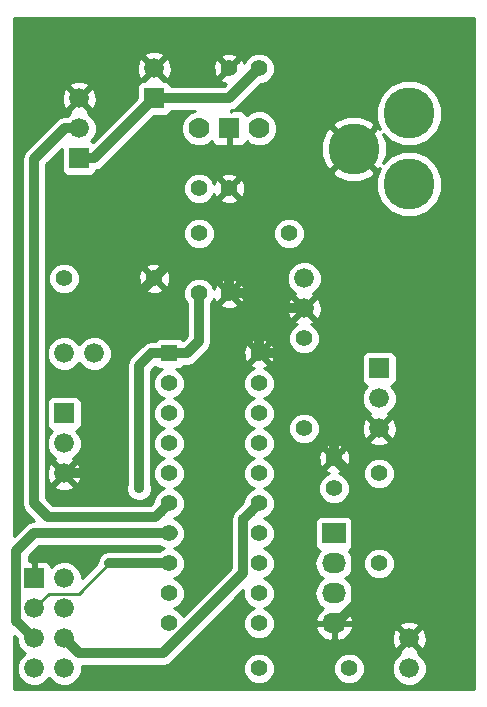
<source format=gtl>
%FSLAX46Y46*%
G04 Gerber Fmt 4.6, Leading zero omitted, Abs format (unit mm)*
G04 Created by KiCad (PCBNEW (2014-10-04 BZR 5163)-product) date So 05 Okt 2014 16:09:57 CEST*
%MOMM*%
G01*
G04 APERTURE LIST*
%ADD10C,0.100000*%
%ADD11R,1.397000X1.397000*%
%ADD12C,1.397000*%
%ADD13C,1.676400*%
%ADD14C,1.778000*%
%ADD15R,1.778000X1.778000*%
%ADD16R,2.032000X1.727200*%
%ADD17O,2.032000X1.727200*%
%ADD18R,1.676400X1.676400*%
%ADD19C,4.318000*%
%ADD20C,0.889000*%
%ADD21C,0.812800*%
%ADD22C,0.254000*%
G04 APERTURE END LIST*
D10*
D11*
X116840000Y-77470000D03*
D12*
X116840000Y-80010000D03*
X116840000Y-82550000D03*
X116840000Y-85090000D03*
X116840000Y-87630000D03*
X116840000Y-90170000D03*
X116840000Y-92710000D03*
X116840000Y-95250000D03*
X116840000Y-97790000D03*
X116840000Y-100330000D03*
X124460000Y-100330000D03*
X124460000Y-97790000D03*
X124460000Y-95250000D03*
X124460000Y-92710000D03*
X124460000Y-90170000D03*
X124460000Y-87630000D03*
X124460000Y-85090000D03*
X124460000Y-82550000D03*
X124460000Y-80010000D03*
X124460000Y-77470000D03*
X119380000Y-72390000D03*
X121920000Y-72390000D03*
X124460000Y-53340000D03*
X121920000Y-53340000D03*
X119380000Y-63500000D03*
X121920000Y-63500000D03*
D13*
X137160000Y-104140000D03*
X137160000Y-101600000D03*
D12*
X124460000Y-104140000D03*
X132080000Y-104140000D03*
D14*
X124460000Y-58420000D03*
D15*
X121920000Y-58420000D03*
D14*
X119380000Y-58420000D03*
D12*
X134620000Y-87630000D03*
X134620000Y-95250000D03*
D16*
X130810000Y-92710000D03*
D17*
X130810000Y-95250000D03*
X130810000Y-97790000D03*
X130810000Y-100330000D03*
D12*
X130810000Y-88900000D03*
X130810000Y-86360000D03*
D18*
X109220000Y-60960000D03*
D13*
X109220000Y-58420000D03*
X109220000Y-55880000D03*
X107950000Y-77470000D03*
X110490000Y-77470000D03*
D12*
X107950000Y-71120000D03*
X115570000Y-71120000D03*
D13*
X128270000Y-71120000D03*
X128270000Y-73660000D03*
D12*
X119380000Y-67310000D03*
X127000000Y-67310000D03*
D13*
X105410000Y-104140000D03*
X107950000Y-104140000D03*
X107950000Y-101600000D03*
X105410000Y-101600000D03*
X105410000Y-99060000D03*
X107950000Y-99060000D03*
X107950000Y-96520000D03*
D18*
X105410000Y-96520000D03*
X107950000Y-82550000D03*
D13*
X107950000Y-85090000D03*
X107950000Y-87630000D03*
D18*
X134620000Y-78740000D03*
D13*
X134620000Y-81280000D03*
X134620000Y-83820000D03*
D12*
X128270000Y-76200000D03*
X128270000Y-83820000D03*
D19*
X137160000Y-57150000D03*
X137160000Y-63150000D03*
X132460000Y-60150000D03*
D18*
X115570000Y-55880000D03*
D13*
X115570000Y-53340000D03*
D20*
X114300000Y-88900000D03*
D21*
X110490000Y-60960000D02*
X109220000Y-60960000D01*
X115570000Y-55880000D02*
X110490000Y-60960000D01*
X121920000Y-55880000D02*
X115570000Y-55880000D01*
X124460000Y-53340000D02*
X121920000Y-55880000D01*
X130810000Y-86360000D02*
X132638800Y-88188800D01*
X132638800Y-88188800D02*
X132638800Y-98653600D01*
X132638800Y-98653600D02*
X130962400Y-100330000D01*
X130962400Y-100330000D02*
X130810000Y-100330000D01*
D22*
X123190000Y-72390000D02*
X121412000Y-72390000D01*
D21*
X121920000Y-72390000D02*
X123190000Y-72390000D01*
X124460000Y-73660000D02*
X124460000Y-74218843D01*
X123190000Y-72390000D02*
X124460000Y-73660000D01*
X124460000Y-77470000D02*
X124460000Y-73660000D01*
X126778087Y-77470000D02*
X130810000Y-81501913D01*
X124460000Y-77470000D02*
X126778087Y-77470000D01*
X130810000Y-86360000D02*
X130810000Y-81501913D01*
X126033261Y-73660000D02*
X124460000Y-75233261D01*
X128270000Y-73660000D02*
X126033261Y-73660000D01*
D22*
X124460000Y-75233261D02*
X124460000Y-74218843D01*
X124460000Y-77470000D02*
X124460000Y-75233261D01*
D21*
X112598199Y-86791801D02*
X111760000Y-87630000D01*
X112598199Y-77470000D02*
X112598199Y-86791801D01*
X107950000Y-87630000D02*
X111760000Y-87630000D01*
X112598199Y-74091801D02*
X116840000Y-69850000D01*
X116840000Y-69850000D02*
X120650000Y-69850000D01*
X120650000Y-69850000D02*
X121920000Y-71120000D01*
X121920000Y-71120000D02*
X121920000Y-72390000D01*
X112598199Y-77470000D02*
X112598199Y-74091801D01*
X118351300Y-77470000D02*
X119380000Y-76441300D01*
X119380000Y-76441300D02*
X119380000Y-72390000D01*
X118351300Y-77470000D02*
X116840000Y-77470000D01*
X115328700Y-77470000D02*
X116840000Y-77470000D01*
X114300000Y-78498700D02*
X115328700Y-77470000D01*
X114300000Y-88900000D02*
X114300000Y-78498700D01*
X108034607Y-58420000D02*
X105410000Y-61044607D01*
X109220000Y-58420000D02*
X108034607Y-58420000D01*
X105410000Y-61044607D02*
X105410000Y-90170000D01*
X116141501Y-90868499D02*
X116840000Y-90170000D01*
X115658901Y-91351099D02*
X116141501Y-90868499D01*
X106591099Y-91351099D02*
X115658901Y-91351099D01*
X105410000Y-90170000D02*
X106591099Y-91351099D01*
X123761501Y-90868499D02*
X124460000Y-90170000D01*
X123101099Y-91528901D02*
X123761501Y-90868499D01*
X123101099Y-96080075D02*
X123101099Y-91528901D01*
X116311174Y-102870000D02*
X123101099Y-96080075D01*
X109220000Y-102870000D02*
X116311174Y-102870000D01*
X107950000Y-101600000D02*
X109220000Y-102870000D01*
X105410000Y-101600000D02*
X103911399Y-100101399D01*
X103911399Y-94208601D02*
X103911399Y-95811297D01*
X105410000Y-92710000D02*
X103911399Y-94208601D01*
X117165122Y-92710000D02*
X105410000Y-92710000D01*
X103911399Y-95811297D02*
X103911399Y-95153479D01*
X103911399Y-100101399D02*
X103911399Y-95811297D01*
D22*
X106629201Y-97840799D02*
X109169201Y-97840799D01*
X105410000Y-99060000D02*
X106629201Y-97840799D01*
X109169201Y-97840799D02*
X111760000Y-95250000D01*
D21*
X116840000Y-95250000D02*
X111760000Y-95250000D01*
D22*
G36*
X116421446Y-93980093D02*
X116085620Y-94118854D01*
X115995717Y-94208600D01*
X111760000Y-94208600D01*
X111361473Y-94287872D01*
X111023619Y-94513619D01*
X110797872Y-94851473D01*
X110727596Y-95204773D01*
X109423210Y-96509159D01*
X109423455Y-96228248D01*
X109199647Y-95686589D01*
X108785591Y-95271810D01*
X108244323Y-95047056D01*
X107658248Y-95046545D01*
X107116589Y-95270353D01*
X106867916Y-95518592D01*
X106786527Y-95322102D01*
X106607899Y-95143473D01*
X106374510Y-95046800D01*
X106121891Y-95046800D01*
X105695750Y-95046800D01*
X105537000Y-95205550D01*
X105537000Y-96393000D01*
X105557000Y-96393000D01*
X105557000Y-96647000D01*
X105537000Y-96647000D01*
X105537000Y-96667000D01*
X105283000Y-96667000D01*
X105283000Y-96647000D01*
X105263000Y-96647000D01*
X105263000Y-96393000D01*
X105283000Y-96393000D01*
X105283000Y-95205550D01*
X105124250Y-95046800D01*
X104952799Y-95046800D01*
X104952799Y-94639963D01*
X105841362Y-93751400D01*
X115995374Y-93751400D01*
X116083647Y-93839827D01*
X116421446Y-93980093D01*
X116421446Y-93980093D01*
G37*
X116421446Y-93980093D02*
X116085620Y-94118854D01*
X115995717Y-94208600D01*
X111760000Y-94208600D01*
X111361473Y-94287872D01*
X111023619Y-94513619D01*
X110797872Y-94851473D01*
X110727596Y-95204773D01*
X109423210Y-96509159D01*
X109423455Y-96228248D01*
X109199647Y-95686589D01*
X108785591Y-95271810D01*
X108244323Y-95047056D01*
X107658248Y-95046545D01*
X107116589Y-95270353D01*
X106867916Y-95518592D01*
X106786527Y-95322102D01*
X106607899Y-95143473D01*
X106374510Y-95046800D01*
X106121891Y-95046800D01*
X105695750Y-95046800D01*
X105537000Y-95205550D01*
X105537000Y-96393000D01*
X105557000Y-96393000D01*
X105557000Y-96647000D01*
X105537000Y-96647000D01*
X105537000Y-96667000D01*
X105283000Y-96667000D01*
X105283000Y-96647000D01*
X105263000Y-96647000D01*
X105263000Y-96393000D01*
X105283000Y-96393000D01*
X105283000Y-95205550D01*
X105124250Y-95046800D01*
X104952799Y-95046800D01*
X104952799Y-94639963D01*
X105841362Y-93751400D01*
X115995374Y-93751400D01*
X116083647Y-93839827D01*
X116421446Y-93980093D01*
G36*
X142684500Y-105854500D02*
X139954484Y-105854500D01*
X139954484Y-62596677D01*
X139530019Y-61569394D01*
X138744740Y-60782743D01*
X137718199Y-60356486D01*
X136606677Y-60355516D01*
X135579394Y-60779981D01*
X134974006Y-61384312D01*
X135256921Y-60690873D01*
X135251001Y-59579366D01*
X134977058Y-58918010D01*
X135575260Y-59517257D01*
X136601801Y-59943514D01*
X137713323Y-59944484D01*
X138740606Y-59520019D01*
X139527257Y-58734740D01*
X139953514Y-57708199D01*
X139954484Y-56596677D01*
X139530019Y-55569394D01*
X138744740Y-54782743D01*
X137718199Y-54356486D01*
X136606677Y-54355516D01*
X135579394Y-54779981D01*
X134792743Y-55565260D01*
X134366486Y-56591801D01*
X134365516Y-57703323D01*
X134690081Y-58488830D01*
X134449790Y-58339815D01*
X134270185Y-58519420D01*
X134270185Y-58160210D01*
X134030037Y-57772965D01*
X133000873Y-57353079D01*
X131889366Y-57358999D01*
X130889963Y-57772965D01*
X130649815Y-58160210D01*
X132460000Y-59970395D01*
X134270185Y-58160210D01*
X134270185Y-58519420D01*
X132639605Y-60150000D01*
X134449790Y-61960185D01*
X134690823Y-61810709D01*
X134366486Y-62591801D01*
X134365516Y-63703323D01*
X134789981Y-64730606D01*
X135575260Y-65517257D01*
X136601801Y-65943514D01*
X137713323Y-65944484D01*
X138740606Y-65520019D01*
X139527257Y-64734740D01*
X139953514Y-63708199D01*
X139954484Y-62596677D01*
X139954484Y-105854500D01*
X138644977Y-105854500D01*
X138644977Y-101825903D01*
X138618389Y-101240431D01*
X138445490Y-100823017D01*
X138195413Y-100744192D01*
X138015808Y-100923797D01*
X138015808Y-100564587D01*
X137936983Y-100314510D01*
X137385903Y-100115023D01*
X136800431Y-100141611D01*
X136383017Y-100314510D01*
X136304192Y-100564587D01*
X137160000Y-101420395D01*
X138015808Y-100564587D01*
X138015808Y-100923797D01*
X137339605Y-101600000D01*
X138195413Y-102455808D01*
X138445490Y-102376983D01*
X138644977Y-101825903D01*
X138644977Y-105854500D01*
X138633455Y-105854500D01*
X138633455Y-103848248D01*
X138409647Y-103306589D01*
X137995591Y-102891810D01*
X137942004Y-102869558D01*
X138015808Y-102635413D01*
X137160000Y-101779605D01*
X136980395Y-101959210D01*
X136980395Y-101600000D01*
X136124587Y-100744192D01*
X136104977Y-100750373D01*
X136104977Y-84045903D01*
X136093455Y-83792186D01*
X136093455Y-80988248D01*
X135869647Y-80446589D01*
X135621407Y-80197916D01*
X135817898Y-80116527D01*
X135996527Y-79937899D01*
X136093200Y-79704510D01*
X136093200Y-79451891D01*
X136093200Y-77775491D01*
X135996527Y-77542102D01*
X135817899Y-77363473D01*
X135584510Y-77266800D01*
X135331891Y-77266800D01*
X134270185Y-77266800D01*
X134270185Y-62139790D01*
X132460000Y-60329605D01*
X132280395Y-60509210D01*
X132280395Y-60150000D01*
X130470210Y-58339815D01*
X130082965Y-58579963D01*
X129663079Y-59609127D01*
X129668999Y-60720634D01*
X130082965Y-61720037D01*
X130470210Y-61960185D01*
X132280395Y-60150000D01*
X132280395Y-60509210D01*
X130649815Y-62139790D01*
X130889963Y-62527035D01*
X131919127Y-62946921D01*
X133030634Y-62941001D01*
X134030037Y-62527035D01*
X134270185Y-62139790D01*
X134270185Y-77266800D01*
X133655491Y-77266800D01*
X133422102Y-77363473D01*
X133243473Y-77542101D01*
X133146800Y-77775490D01*
X133146800Y-78028109D01*
X133146800Y-79704509D01*
X133243473Y-79937898D01*
X133422101Y-80116527D01*
X133618691Y-80197957D01*
X133371810Y-80444409D01*
X133147056Y-80985677D01*
X133146545Y-81571752D01*
X133370353Y-82113411D01*
X133784409Y-82528190D01*
X133837995Y-82550441D01*
X133764192Y-82784587D01*
X134620000Y-83640395D01*
X135475808Y-82784587D01*
X135402129Y-82550836D01*
X135453411Y-82529647D01*
X135868190Y-82115591D01*
X136092944Y-81574323D01*
X136093455Y-80988248D01*
X136093455Y-83792186D01*
X136078389Y-83460431D01*
X135905490Y-83043017D01*
X135655413Y-82964192D01*
X134799605Y-83820000D01*
X135655413Y-84675808D01*
X135905490Y-84596983D01*
X136104977Y-84045903D01*
X136104977Y-100750373D01*
X135953731Y-100798046D01*
X135953731Y-94985914D01*
X135953731Y-87365914D01*
X135751146Y-86875620D01*
X135475808Y-86599801D01*
X135475808Y-84855413D01*
X134620000Y-83999605D01*
X134440395Y-84179210D01*
X134440395Y-83820000D01*
X133584587Y-82964192D01*
X133334510Y-83043017D01*
X133135023Y-83594097D01*
X133161611Y-84179569D01*
X133334510Y-84596983D01*
X133584587Y-84675808D01*
X134440395Y-83820000D01*
X134440395Y-84179210D01*
X133764192Y-84855413D01*
X133843017Y-85105490D01*
X134394097Y-85304977D01*
X134979569Y-85278389D01*
X135396983Y-85105490D01*
X135475808Y-84855413D01*
X135475808Y-86599801D01*
X135376353Y-86500173D01*
X134886413Y-86296732D01*
X134355914Y-86296269D01*
X133865620Y-86498854D01*
X133490173Y-86873647D01*
X133286732Y-87363587D01*
X133286269Y-87894086D01*
X133488854Y-88384380D01*
X133863647Y-88759827D01*
X134353587Y-88963268D01*
X134884086Y-88963731D01*
X135374380Y-88761146D01*
X135749827Y-88386353D01*
X135953268Y-87896413D01*
X135953731Y-87365914D01*
X135953731Y-94985914D01*
X135751146Y-94495620D01*
X135376353Y-94120173D01*
X134886413Y-93916732D01*
X134355914Y-93916269D01*
X133865620Y-94118854D01*
X133490173Y-94493647D01*
X133286732Y-94983587D01*
X133286269Y-95514086D01*
X133488854Y-96004380D01*
X133863647Y-96379827D01*
X134353587Y-96583268D01*
X134884086Y-96583731D01*
X135374380Y-96381146D01*
X135749827Y-96006353D01*
X135953268Y-95516413D01*
X135953731Y-94985914D01*
X135953731Y-100798046D01*
X135874510Y-100823017D01*
X135675023Y-101374097D01*
X135701611Y-101959569D01*
X135874510Y-102376983D01*
X136124587Y-102455808D01*
X136980395Y-101600000D01*
X136980395Y-101959210D01*
X136304192Y-102635413D01*
X136377870Y-102869163D01*
X136326589Y-102890353D01*
X135911810Y-103304409D01*
X135687056Y-103845677D01*
X135686545Y-104431752D01*
X135910353Y-104973411D01*
X136324409Y-105388190D01*
X136865677Y-105612944D01*
X137451752Y-105613455D01*
X137993411Y-105389647D01*
X138408190Y-104975591D01*
X138632944Y-104434323D01*
X138633455Y-103848248D01*
X138633455Y-105854500D01*
X133413731Y-105854500D01*
X133413731Y-103875914D01*
X133211146Y-103385620D01*
X132836353Y-103010173D01*
X132493345Y-102867743D01*
X132493345Y-97790000D01*
X132379271Y-97216511D01*
X132054415Y-96730330D01*
X131739634Y-96520000D01*
X132054415Y-96309670D01*
X132379271Y-95823489D01*
X132493345Y-95250000D01*
X132379271Y-94676511D01*
X132054415Y-94190330D01*
X132032219Y-94175499D01*
X132185698Y-94111927D01*
X132364327Y-93933299D01*
X132461000Y-93699910D01*
X132461000Y-93447291D01*
X132461000Y-91720091D01*
X132364327Y-91486702D01*
X132185699Y-91308073D01*
X132155927Y-91295741D01*
X132155927Y-86552520D01*
X132127148Y-86022801D01*
X131979800Y-85667071D01*
X131744188Y-85605417D01*
X131564583Y-85785022D01*
X131564583Y-85425812D01*
X131502929Y-85190200D01*
X131002520Y-85014073D01*
X130472801Y-85042852D01*
X130117071Y-85190200D01*
X130055417Y-85425812D01*
X130810000Y-86180395D01*
X131564583Y-85425812D01*
X131564583Y-85785022D01*
X130989605Y-86360000D01*
X131744188Y-87114583D01*
X131979800Y-87052929D01*
X132155927Y-86552520D01*
X132155927Y-91295741D01*
X132143731Y-91290689D01*
X132143731Y-88635914D01*
X131941146Y-88145620D01*
X131566353Y-87770173D01*
X131244881Y-87636686D01*
X131502929Y-87529800D01*
X131564583Y-87294188D01*
X130810000Y-86539605D01*
X130630395Y-86719210D01*
X130630395Y-86360000D01*
X129875812Y-85605417D01*
X129754977Y-85637036D01*
X129754977Y-73885903D01*
X129743455Y-73632186D01*
X129743455Y-70828248D01*
X129519647Y-70286589D01*
X129105591Y-69871810D01*
X128564323Y-69647056D01*
X128333731Y-69646854D01*
X128333731Y-67045914D01*
X128131146Y-66555620D01*
X127756353Y-66180173D01*
X127266413Y-65976732D01*
X126735914Y-65976269D01*
X126245620Y-66178854D01*
X125984264Y-66439754D01*
X125870173Y-66553647D01*
X125666732Y-67043587D01*
X125666269Y-67574086D01*
X125868854Y-68064380D01*
X126243647Y-68439827D01*
X126733587Y-68643268D01*
X127264086Y-68643731D01*
X127754380Y-68441146D01*
X128129827Y-68066353D01*
X128333268Y-67576413D01*
X128333731Y-67045914D01*
X128333731Y-69646854D01*
X127978248Y-69646545D01*
X127436589Y-69870353D01*
X127021810Y-70284409D01*
X126797056Y-70825677D01*
X126796545Y-71411752D01*
X127020353Y-71953411D01*
X127434409Y-72368190D01*
X127487995Y-72390441D01*
X127414192Y-72624587D01*
X128270000Y-73480395D01*
X129125808Y-72624587D01*
X129052129Y-72390836D01*
X129103411Y-72369647D01*
X129518190Y-71955591D01*
X129742944Y-71414323D01*
X129743455Y-70828248D01*
X129743455Y-73632186D01*
X129728389Y-73300431D01*
X129555490Y-72883017D01*
X129305413Y-72804192D01*
X128449605Y-73660000D01*
X129305413Y-74515808D01*
X129555490Y-74436983D01*
X129754977Y-73885903D01*
X129754977Y-85637036D01*
X129640200Y-85667071D01*
X129603731Y-85770686D01*
X129603731Y-83555914D01*
X129603731Y-75935914D01*
X129401146Y-75445620D01*
X129026353Y-75070173D01*
X128886335Y-75012032D01*
X129046983Y-74945490D01*
X129125808Y-74695413D01*
X128270000Y-73839605D01*
X128090395Y-74019210D01*
X128090395Y-73660000D01*
X127234587Y-72804192D01*
X126984510Y-72883017D01*
X126785023Y-73434097D01*
X126811611Y-74019569D01*
X126984510Y-74436983D01*
X127234587Y-74515808D01*
X128090395Y-73660000D01*
X128090395Y-74019210D01*
X127414192Y-74695413D01*
X127493017Y-74945490D01*
X127664206Y-75007459D01*
X127515620Y-75068854D01*
X127140173Y-75443647D01*
X126936732Y-75933587D01*
X126936269Y-76464086D01*
X127138854Y-76954380D01*
X127513647Y-77329827D01*
X128003587Y-77533268D01*
X128534086Y-77533731D01*
X129024380Y-77331146D01*
X129399827Y-76956353D01*
X129603268Y-76466413D01*
X129603731Y-75935914D01*
X129603731Y-83555914D01*
X129401146Y-83065620D01*
X129026353Y-82690173D01*
X128536413Y-82486732D01*
X128005914Y-82486269D01*
X127515620Y-82688854D01*
X127140173Y-83063647D01*
X126936732Y-83553587D01*
X126936269Y-84084086D01*
X127138854Y-84574380D01*
X127513647Y-84949827D01*
X128003587Y-85153268D01*
X128534086Y-85153731D01*
X129024380Y-84951146D01*
X129399827Y-84576353D01*
X129603268Y-84086413D01*
X129603731Y-83555914D01*
X129603731Y-85770686D01*
X129464073Y-86167480D01*
X129492852Y-86697199D01*
X129640200Y-87052929D01*
X129875812Y-87114583D01*
X130630395Y-86360000D01*
X130630395Y-86719210D01*
X130055417Y-87294188D01*
X130117071Y-87529800D01*
X130396311Y-87628083D01*
X130055620Y-87768854D01*
X129680173Y-88143647D01*
X129476732Y-88633587D01*
X129476269Y-89164086D01*
X129678854Y-89654380D01*
X130053647Y-90029827D01*
X130543587Y-90233268D01*
X131074086Y-90233731D01*
X131564380Y-90031146D01*
X131939827Y-89656353D01*
X132143268Y-89166413D01*
X132143731Y-88635914D01*
X132143731Y-91290689D01*
X131952310Y-91211400D01*
X131699691Y-91211400D01*
X129667691Y-91211400D01*
X129434302Y-91308073D01*
X129255673Y-91486701D01*
X129159000Y-91720090D01*
X129159000Y-91972709D01*
X129159000Y-93699909D01*
X129255673Y-93933298D01*
X129434301Y-94111927D01*
X129587779Y-94175500D01*
X129565585Y-94190330D01*
X129240729Y-94676511D01*
X129126655Y-95250000D01*
X129240729Y-95823489D01*
X129565585Y-96309670D01*
X129880365Y-96520000D01*
X129565585Y-96730330D01*
X129240729Y-97216511D01*
X129126655Y-97790000D01*
X129240729Y-98363489D01*
X129565585Y-98849670D01*
X129875069Y-99056460D01*
X129459268Y-99427964D01*
X129205291Y-99955209D01*
X129202642Y-99970974D01*
X129323783Y-100203000D01*
X130683000Y-100203000D01*
X130683000Y-100183000D01*
X130937000Y-100183000D01*
X130937000Y-100203000D01*
X132296217Y-100203000D01*
X132417358Y-99970974D01*
X132414709Y-99955209D01*
X132160732Y-99427964D01*
X131744930Y-99056460D01*
X132054415Y-98849670D01*
X132379271Y-98363489D01*
X132493345Y-97790000D01*
X132493345Y-102867743D01*
X132417358Y-102836190D01*
X132417358Y-100689026D01*
X132296217Y-100457000D01*
X130937000Y-100457000D01*
X130937000Y-101670924D01*
X131171913Y-101815184D01*
X131724320Y-101621954D01*
X132160732Y-101232036D01*
X132414709Y-100704791D01*
X132417358Y-100689026D01*
X132417358Y-102836190D01*
X132346413Y-102806732D01*
X131815914Y-102806269D01*
X131325620Y-103008854D01*
X130950173Y-103383647D01*
X130746732Y-103873587D01*
X130746269Y-104404086D01*
X130948854Y-104894380D01*
X131323647Y-105269827D01*
X131813587Y-105473268D01*
X132344086Y-105473731D01*
X132834380Y-105271146D01*
X133209827Y-104896353D01*
X133413268Y-104406413D01*
X133413731Y-103875914D01*
X133413731Y-105854500D01*
X130683000Y-105854500D01*
X130683000Y-101670924D01*
X130683000Y-100457000D01*
X129323783Y-100457000D01*
X129202642Y-100689026D01*
X129205291Y-100704791D01*
X129459268Y-101232036D01*
X129895680Y-101621954D01*
X130448087Y-101815184D01*
X130683000Y-101670924D01*
X130683000Y-105854500D01*
X125805927Y-105854500D01*
X125805927Y-77662520D01*
X125777148Y-77132801D01*
X125629800Y-76777071D01*
X125394188Y-76715417D01*
X125214583Y-76895022D01*
X125214583Y-76535812D01*
X125152929Y-76300200D01*
X124652520Y-76124073D01*
X124122801Y-76152852D01*
X123767071Y-76300200D01*
X123705417Y-76535812D01*
X124460000Y-77290395D01*
X125214583Y-76535812D01*
X125214583Y-76895022D01*
X124639605Y-77470000D01*
X125394188Y-78224583D01*
X125629800Y-78162929D01*
X125805927Y-77662520D01*
X125805927Y-105854500D01*
X125793731Y-105854500D01*
X125793731Y-103875914D01*
X125591146Y-103385620D01*
X125216353Y-103010173D01*
X124726413Y-102806732D01*
X124195914Y-102806269D01*
X123705620Y-103008854D01*
X123330173Y-103383647D01*
X123126732Y-103873587D01*
X123126269Y-104404086D01*
X123328854Y-104894380D01*
X123703647Y-105269827D01*
X124193587Y-105473268D01*
X124724086Y-105473731D01*
X125214380Y-105271146D01*
X125589827Y-104896353D01*
X125793268Y-104406413D01*
X125793731Y-103875914D01*
X125793731Y-105854500D01*
X103695500Y-105854500D01*
X103695500Y-101358262D01*
X103936799Y-101599561D01*
X103936545Y-101891752D01*
X104160353Y-102433411D01*
X104574409Y-102848190D01*
X104626391Y-102869775D01*
X104576589Y-102890353D01*
X104161810Y-103304409D01*
X103937056Y-103845677D01*
X103936545Y-104431752D01*
X104160353Y-104973411D01*
X104574409Y-105388190D01*
X105115677Y-105612944D01*
X105701752Y-105613455D01*
X106243411Y-105389647D01*
X106658190Y-104975591D01*
X106679775Y-104923608D01*
X106700353Y-104973411D01*
X107114409Y-105388190D01*
X107655677Y-105612944D01*
X108241752Y-105613455D01*
X108783411Y-105389647D01*
X109198190Y-104975591D01*
X109422944Y-104434323D01*
X109423399Y-103911400D01*
X116311174Y-103911400D01*
X116709700Y-103832128D01*
X116709701Y-103832128D01*
X117047555Y-103606381D01*
X123126728Y-97527207D01*
X123126269Y-98054086D01*
X123328854Y-98544380D01*
X123703647Y-98919827D01*
X124041446Y-99060093D01*
X123705620Y-99198854D01*
X123330173Y-99573647D01*
X123126732Y-100063587D01*
X123126269Y-100594086D01*
X123328854Y-101084380D01*
X123703647Y-101459827D01*
X124193587Y-101663268D01*
X124724086Y-101663731D01*
X125214380Y-101461146D01*
X125589827Y-101086353D01*
X125793268Y-100596413D01*
X125793731Y-100065914D01*
X125591146Y-99575620D01*
X125216353Y-99200173D01*
X124878553Y-99059906D01*
X125214380Y-98921146D01*
X125589827Y-98546353D01*
X125793268Y-98056413D01*
X125793731Y-97525914D01*
X125591146Y-97035620D01*
X125216353Y-96660173D01*
X124878553Y-96519906D01*
X125214380Y-96381146D01*
X125589827Y-96006353D01*
X125793268Y-95516413D01*
X125793731Y-94985914D01*
X125591146Y-94495620D01*
X125216353Y-94120173D01*
X124878553Y-93979906D01*
X125214380Y-93841146D01*
X125589827Y-93466353D01*
X125793268Y-92976413D01*
X125793731Y-92445914D01*
X125591146Y-91955620D01*
X125216353Y-91580173D01*
X124878553Y-91439906D01*
X125214380Y-91301146D01*
X125589827Y-90926353D01*
X125793268Y-90436413D01*
X125793731Y-89905914D01*
X125591146Y-89415620D01*
X125216353Y-89040173D01*
X124878553Y-88899906D01*
X125214380Y-88761146D01*
X125589827Y-88386353D01*
X125793268Y-87896413D01*
X125793731Y-87365914D01*
X125591146Y-86875620D01*
X125216353Y-86500173D01*
X124878553Y-86359906D01*
X125214380Y-86221146D01*
X125589827Y-85846353D01*
X125793268Y-85356413D01*
X125793731Y-84825914D01*
X125591146Y-84335620D01*
X125216353Y-83960173D01*
X124878553Y-83819906D01*
X125214380Y-83681146D01*
X125589827Y-83306353D01*
X125793268Y-82816413D01*
X125793731Y-82285914D01*
X125591146Y-81795620D01*
X125216353Y-81420173D01*
X124878553Y-81279906D01*
X125214380Y-81141146D01*
X125589827Y-80766353D01*
X125793268Y-80276413D01*
X125793731Y-79745914D01*
X125591146Y-79255620D01*
X125216353Y-78880173D01*
X124894881Y-78746686D01*
X125152929Y-78639800D01*
X125214583Y-78404188D01*
X124460000Y-77649605D01*
X124280395Y-77829210D01*
X124280395Y-77470000D01*
X123525812Y-76715417D01*
X123290200Y-76777071D01*
X123265927Y-76846035D01*
X123265927Y-72582520D01*
X123265927Y-63692520D01*
X123237148Y-63162801D01*
X123089800Y-62807071D01*
X122854188Y-62745417D01*
X122674583Y-62925022D01*
X122674583Y-62565812D01*
X122612929Y-62330200D01*
X122112520Y-62154073D01*
X121582801Y-62182852D01*
X121227071Y-62330200D01*
X121165417Y-62565812D01*
X121920000Y-63320395D01*
X122674583Y-62565812D01*
X122674583Y-62925022D01*
X122099605Y-63500000D01*
X122854188Y-64254583D01*
X123089800Y-64192929D01*
X123265927Y-63692520D01*
X123265927Y-72582520D01*
X123237148Y-72052801D01*
X123089800Y-71697071D01*
X122854188Y-71635417D01*
X122674583Y-71815022D01*
X122674583Y-71455812D01*
X122674583Y-64434188D01*
X121920000Y-63679605D01*
X121740395Y-63859210D01*
X121740395Y-63500000D01*
X120985812Y-62745417D01*
X120750200Y-62807071D01*
X120651916Y-63086311D01*
X120511146Y-62745620D01*
X120136353Y-62370173D01*
X119646413Y-62166732D01*
X119115914Y-62166269D01*
X118625620Y-62368854D01*
X118250173Y-62743647D01*
X118046732Y-63233587D01*
X118046269Y-63764086D01*
X118248854Y-64254380D01*
X118623647Y-64629827D01*
X119113587Y-64833268D01*
X119644086Y-64833731D01*
X120134380Y-64631146D01*
X120509827Y-64256353D01*
X120643313Y-63934881D01*
X120750200Y-64192929D01*
X120985812Y-64254583D01*
X121740395Y-63500000D01*
X121740395Y-63859210D01*
X121165417Y-64434188D01*
X121227071Y-64669800D01*
X121727480Y-64845927D01*
X122257199Y-64817148D01*
X122612929Y-64669800D01*
X122674583Y-64434188D01*
X122674583Y-71455812D01*
X122612929Y-71220200D01*
X122112520Y-71044073D01*
X121582801Y-71072852D01*
X121227071Y-71220200D01*
X121165417Y-71455812D01*
X121920000Y-72210395D01*
X122674583Y-71455812D01*
X122674583Y-71815022D01*
X122099605Y-72390000D01*
X122854188Y-73144583D01*
X123089800Y-73082929D01*
X123265927Y-72582520D01*
X123265927Y-76846035D01*
X123114073Y-77277480D01*
X123142852Y-77807199D01*
X123290200Y-78162929D01*
X123525812Y-78224583D01*
X124280395Y-77470000D01*
X124280395Y-77829210D01*
X123705417Y-78404188D01*
X123767071Y-78639800D01*
X124046311Y-78738083D01*
X123705620Y-78878854D01*
X123330173Y-79253647D01*
X123126732Y-79743587D01*
X123126269Y-80274086D01*
X123328854Y-80764380D01*
X123703647Y-81139827D01*
X124041446Y-81280093D01*
X123705620Y-81418854D01*
X123330173Y-81793647D01*
X123126732Y-82283587D01*
X123126269Y-82814086D01*
X123328854Y-83304380D01*
X123703647Y-83679827D01*
X124041446Y-83820093D01*
X123705620Y-83958854D01*
X123330173Y-84333647D01*
X123126732Y-84823587D01*
X123126269Y-85354086D01*
X123328854Y-85844380D01*
X123703647Y-86219827D01*
X124041446Y-86360093D01*
X123705620Y-86498854D01*
X123330173Y-86873647D01*
X123126732Y-87363587D01*
X123126269Y-87894086D01*
X123328854Y-88384380D01*
X123703647Y-88759827D01*
X124041446Y-88900093D01*
X123705620Y-89038854D01*
X123330173Y-89413647D01*
X123126732Y-89903587D01*
X123126621Y-90030616D01*
X123025120Y-90132118D01*
X122674583Y-90482655D01*
X122674583Y-73324188D01*
X121920000Y-72569605D01*
X121165417Y-73324188D01*
X121227071Y-73559800D01*
X121727480Y-73735927D01*
X122257199Y-73707148D01*
X122612929Y-73559800D01*
X122674583Y-73324188D01*
X122674583Y-90482655D01*
X122364718Y-90792520D01*
X122138971Y-91130374D01*
X122059699Y-91528901D01*
X122059699Y-95648713D01*
X118018408Y-99690003D01*
X117971146Y-99575620D01*
X117596353Y-99200173D01*
X117258553Y-99059906D01*
X117594380Y-98921146D01*
X117969827Y-98546353D01*
X118173268Y-98056413D01*
X118173731Y-97525914D01*
X117971146Y-97035620D01*
X117596353Y-96660173D01*
X117258553Y-96519906D01*
X117594380Y-96381146D01*
X117969827Y-96006353D01*
X118173268Y-95516413D01*
X118173731Y-94985914D01*
X117971146Y-94495620D01*
X117596353Y-94120173D01*
X117258553Y-93979906D01*
X117594380Y-93841146D01*
X117969827Y-93466353D01*
X118103896Y-93143477D01*
X118127250Y-93108527D01*
X118135379Y-93067659D01*
X118173268Y-92976413D01*
X118173354Y-92876741D01*
X118206522Y-92710000D01*
X118173644Y-92544715D01*
X118173731Y-92445914D01*
X118135668Y-92353795D01*
X118127250Y-92311473D01*
X118103485Y-92275907D01*
X117971146Y-91955620D01*
X117596353Y-91580173D01*
X117258553Y-91439906D01*
X117594380Y-91301146D01*
X117969827Y-90926353D01*
X118173268Y-90436413D01*
X118173731Y-89905914D01*
X117971146Y-89415620D01*
X117596353Y-89040173D01*
X117258553Y-88899906D01*
X117594380Y-88761146D01*
X117969827Y-88386353D01*
X118173268Y-87896413D01*
X118173731Y-87365914D01*
X117971146Y-86875620D01*
X117596353Y-86500173D01*
X117258553Y-86359906D01*
X117594380Y-86221146D01*
X117969827Y-85846353D01*
X118173268Y-85356413D01*
X118173731Y-84825914D01*
X117971146Y-84335620D01*
X117596353Y-83960173D01*
X117258553Y-83819906D01*
X117594380Y-83681146D01*
X117969827Y-83306353D01*
X118173268Y-82816413D01*
X118173731Y-82285914D01*
X117971146Y-81795620D01*
X117596353Y-81420173D01*
X117258553Y-81279906D01*
X117594380Y-81141146D01*
X117969827Y-80766353D01*
X118173268Y-80276413D01*
X118173731Y-79745914D01*
X117971146Y-79255620D01*
X117596353Y-78880173D01*
X117411704Y-78803500D01*
X117664809Y-78803500D01*
X117898198Y-78706827D01*
X118076827Y-78528199D01*
X118083785Y-78511400D01*
X118351300Y-78511400D01*
X118749826Y-78432128D01*
X118749827Y-78432128D01*
X119087681Y-78206381D01*
X120116381Y-77177681D01*
X120342128Y-76839827D01*
X120342128Y-76839826D01*
X120421400Y-76441300D01*
X120421400Y-73234625D01*
X120509827Y-73146353D01*
X120643313Y-72824881D01*
X120750200Y-73082929D01*
X120985812Y-73144583D01*
X121740395Y-72390000D01*
X120985812Y-71635417D01*
X120750200Y-71697071D01*
X120713731Y-71800685D01*
X120713731Y-67045914D01*
X120511146Y-66555620D01*
X120136353Y-66180173D01*
X119646413Y-65976732D01*
X119115914Y-65976269D01*
X118625620Y-66178854D01*
X118250173Y-66553647D01*
X118046732Y-67043587D01*
X118046269Y-67574086D01*
X118248854Y-68064380D01*
X118623647Y-68439827D01*
X119113587Y-68643268D01*
X119644086Y-68643731D01*
X120134380Y-68441146D01*
X120509827Y-68066353D01*
X120713268Y-67576413D01*
X120713731Y-67045914D01*
X120713731Y-71800685D01*
X120651916Y-71976311D01*
X120511146Y-71635620D01*
X120136353Y-71260173D01*
X119646413Y-71056732D01*
X119115914Y-71056269D01*
X118625620Y-71258854D01*
X118250173Y-71633647D01*
X118046732Y-72123587D01*
X118046269Y-72654086D01*
X118248854Y-73144380D01*
X118338600Y-73234282D01*
X118338600Y-76009938D01*
X118006781Y-76341756D01*
X117898199Y-76233173D01*
X117664810Y-76136500D01*
X117412191Y-76136500D01*
X116915927Y-76136500D01*
X116915927Y-71312520D01*
X116887148Y-70782801D01*
X116739800Y-70427071D01*
X116504188Y-70365417D01*
X116324583Y-70545022D01*
X116324583Y-70185812D01*
X116262929Y-69950200D01*
X115762520Y-69774073D01*
X115232801Y-69802852D01*
X114877071Y-69950200D01*
X114815417Y-70185812D01*
X115570000Y-70940395D01*
X116324583Y-70185812D01*
X116324583Y-70545022D01*
X115749605Y-71120000D01*
X116504188Y-71874583D01*
X116739800Y-71812929D01*
X116915927Y-71312520D01*
X116915927Y-76136500D01*
X116324583Y-76136500D01*
X116324583Y-72054188D01*
X115570000Y-71299605D01*
X115390395Y-71479210D01*
X115390395Y-71120000D01*
X114635812Y-70365417D01*
X114400200Y-70427071D01*
X114224073Y-70927480D01*
X114252852Y-71457199D01*
X114400200Y-71812929D01*
X114635812Y-71874583D01*
X115390395Y-71120000D01*
X115390395Y-71479210D01*
X114815417Y-72054188D01*
X114877071Y-72289800D01*
X115377480Y-72465927D01*
X115907199Y-72437148D01*
X116262929Y-72289800D01*
X116324583Y-72054188D01*
X116324583Y-76136500D01*
X116015191Y-76136500D01*
X115781802Y-76233173D01*
X115603173Y-76411801D01*
X115596214Y-76428600D01*
X115328700Y-76428600D01*
X114930173Y-76507872D01*
X114592319Y-76733619D01*
X113563619Y-77762319D01*
X113337872Y-78100173D01*
X113258600Y-78498700D01*
X113258600Y-88593027D01*
X113220687Y-88684332D01*
X113220313Y-89113784D01*
X113384311Y-89510689D01*
X113687714Y-89814622D01*
X114084332Y-89979313D01*
X114513784Y-89979687D01*
X114910689Y-89815689D01*
X115214622Y-89512286D01*
X115379313Y-89115668D01*
X115379687Y-88686216D01*
X115341400Y-88593554D01*
X115341400Y-78930062D01*
X115673218Y-78598243D01*
X115781801Y-78706827D01*
X116015190Y-78803500D01*
X116267809Y-78803500D01*
X116267990Y-78803500D01*
X116085620Y-78878854D01*
X115710173Y-79253647D01*
X115506732Y-79743587D01*
X115506269Y-80274086D01*
X115708854Y-80764380D01*
X116083647Y-81139827D01*
X116421446Y-81280093D01*
X116085620Y-81418854D01*
X115710173Y-81793647D01*
X115506732Y-82283587D01*
X115506269Y-82814086D01*
X115708854Y-83304380D01*
X116083647Y-83679827D01*
X116421446Y-83820093D01*
X116085620Y-83958854D01*
X115710173Y-84333647D01*
X115506732Y-84823587D01*
X115506269Y-85354086D01*
X115708854Y-85844380D01*
X116083647Y-86219827D01*
X116421446Y-86360093D01*
X116085620Y-86498854D01*
X115710173Y-86873647D01*
X115506732Y-87363587D01*
X115506269Y-87894086D01*
X115708854Y-88384380D01*
X116083647Y-88759827D01*
X116421446Y-88900093D01*
X116085620Y-89038854D01*
X115710173Y-89413647D01*
X115506732Y-89903587D01*
X115506621Y-90030616D01*
X115405120Y-90132118D01*
X115227539Y-90309699D01*
X111963455Y-90309699D01*
X111963455Y-77178248D01*
X111739647Y-76636589D01*
X111325591Y-76221810D01*
X110784323Y-75997056D01*
X110198248Y-75996545D01*
X109656589Y-76220353D01*
X109283731Y-76592561D01*
X109283731Y-70855914D01*
X109081146Y-70365620D01*
X108706353Y-69990173D01*
X108216413Y-69786732D01*
X107685914Y-69786269D01*
X107195620Y-69988854D01*
X106820173Y-70363647D01*
X106616732Y-70853587D01*
X106616269Y-71384086D01*
X106818854Y-71874380D01*
X107193647Y-72249827D01*
X107683587Y-72453268D01*
X108214086Y-72453731D01*
X108704380Y-72251146D01*
X109079827Y-71876353D01*
X109283268Y-71386413D01*
X109283731Y-70855914D01*
X109283731Y-76592561D01*
X109241810Y-76634409D01*
X109220224Y-76686391D01*
X109199647Y-76636589D01*
X108785591Y-76221810D01*
X108244323Y-75997056D01*
X107658248Y-75996545D01*
X107116589Y-76220353D01*
X106701810Y-76634409D01*
X106477056Y-77175677D01*
X106476545Y-77761752D01*
X106700353Y-78303411D01*
X107114409Y-78718190D01*
X107655677Y-78942944D01*
X108241752Y-78943455D01*
X108783411Y-78719647D01*
X109198190Y-78305591D01*
X109219775Y-78253608D01*
X109240353Y-78303411D01*
X109654409Y-78718190D01*
X110195677Y-78942944D01*
X110781752Y-78943455D01*
X111323411Y-78719647D01*
X111738190Y-78305591D01*
X111962944Y-77764323D01*
X111963455Y-77178248D01*
X111963455Y-90309699D01*
X109434977Y-90309699D01*
X109434977Y-87855903D01*
X109423455Y-87602186D01*
X109423455Y-84798248D01*
X109199647Y-84256589D01*
X108951407Y-84007916D01*
X109147898Y-83926527D01*
X109326527Y-83747899D01*
X109423200Y-83514510D01*
X109423200Y-83261891D01*
X109423200Y-81585491D01*
X109326527Y-81352102D01*
X109147899Y-81173473D01*
X108914510Y-81076800D01*
X108661891Y-81076800D01*
X106985491Y-81076800D01*
X106752102Y-81173473D01*
X106573473Y-81352101D01*
X106476800Y-81585490D01*
X106476800Y-81838109D01*
X106476800Y-83514509D01*
X106573473Y-83747898D01*
X106752101Y-83926527D01*
X106948691Y-84007957D01*
X106701810Y-84254409D01*
X106477056Y-84795677D01*
X106476545Y-85381752D01*
X106700353Y-85923411D01*
X107114409Y-86338190D01*
X107167995Y-86360441D01*
X107094192Y-86594587D01*
X107950000Y-87450395D01*
X108805808Y-86594587D01*
X108732129Y-86360836D01*
X108783411Y-86339647D01*
X109198190Y-85925591D01*
X109422944Y-85384323D01*
X109423455Y-84798248D01*
X109423455Y-87602186D01*
X109408389Y-87270431D01*
X109235490Y-86853017D01*
X108985413Y-86774192D01*
X108129605Y-87630000D01*
X108985413Y-88485808D01*
X109235490Y-88406983D01*
X109434977Y-87855903D01*
X109434977Y-90309699D01*
X108805808Y-90309699D01*
X108805808Y-88665413D01*
X107950000Y-87809605D01*
X107770395Y-87989210D01*
X107770395Y-87630000D01*
X106914587Y-86774192D01*
X106664510Y-86853017D01*
X106465023Y-87404097D01*
X106491611Y-87989569D01*
X106664510Y-88406983D01*
X106914587Y-88485808D01*
X107770395Y-87630000D01*
X107770395Y-87989210D01*
X107094192Y-88665413D01*
X107173017Y-88915490D01*
X107724097Y-89114977D01*
X108309569Y-89088389D01*
X108726983Y-88915490D01*
X108805808Y-88665413D01*
X108805808Y-90309699D01*
X107022461Y-90309699D01*
X106451400Y-89738638D01*
X106451400Y-61475969D01*
X107746800Y-60180569D01*
X107746800Y-60248109D01*
X107746800Y-61924509D01*
X107843473Y-62157898D01*
X108022101Y-62336527D01*
X108255490Y-62433200D01*
X108508109Y-62433200D01*
X110184509Y-62433200D01*
X110417898Y-62336527D01*
X110596527Y-62157899D01*
X110676736Y-61964255D01*
X110888526Y-61922128D01*
X110888527Y-61922128D01*
X111226381Y-61696381D01*
X115569562Y-57353200D01*
X116534509Y-57353200D01*
X116767898Y-57256527D01*
X116946527Y-57077899D01*
X117011351Y-56921400D01*
X119016076Y-56921400D01*
X118517851Y-57127262D01*
X118088769Y-57555596D01*
X117856265Y-58115528D01*
X117855736Y-58721812D01*
X118087262Y-59282149D01*
X118515596Y-59711231D01*
X119075528Y-59943735D01*
X119681812Y-59944264D01*
X120242149Y-59712738D01*
X120432292Y-59522926D01*
X120492673Y-59668698D01*
X120671301Y-59847327D01*
X120904690Y-59944000D01*
X121157309Y-59944000D01*
X121634250Y-59944000D01*
X121793000Y-59785250D01*
X121793000Y-58547000D01*
X121773000Y-58547000D01*
X121773000Y-58293000D01*
X121793000Y-58293000D01*
X121793000Y-58273000D01*
X122047000Y-58273000D01*
X122047000Y-58293000D01*
X122067000Y-58293000D01*
X122067000Y-58547000D01*
X122047000Y-58547000D01*
X122047000Y-59785250D01*
X122205750Y-59944000D01*
X122682691Y-59944000D01*
X122935310Y-59944000D01*
X123168699Y-59847327D01*
X123347327Y-59668698D01*
X123407681Y-59522988D01*
X123595596Y-59711231D01*
X124155528Y-59943735D01*
X124761812Y-59944264D01*
X125322149Y-59712738D01*
X125751231Y-59284404D01*
X125983735Y-58724472D01*
X125984264Y-58118188D01*
X125752738Y-57557851D01*
X125324404Y-57128769D01*
X124764472Y-56896265D01*
X124158188Y-56895736D01*
X123597851Y-57127262D01*
X123407707Y-57317073D01*
X123347327Y-57171302D01*
X123168699Y-56992673D01*
X122935310Y-56896000D01*
X122682691Y-56896000D01*
X122205750Y-56896000D01*
X122047002Y-57054748D01*
X122047002Y-56896137D01*
X122318526Y-56842128D01*
X122318527Y-56842128D01*
X122656381Y-56616381D01*
X124599140Y-54673621D01*
X124724086Y-54673731D01*
X125214380Y-54471146D01*
X125589827Y-54096353D01*
X125793268Y-53606413D01*
X125793731Y-53075914D01*
X125591146Y-52585620D01*
X125216353Y-52210173D01*
X124726413Y-52006732D01*
X124195914Y-52006269D01*
X123705620Y-52208854D01*
X123330173Y-52583647D01*
X123196686Y-52905118D01*
X123089800Y-52647071D01*
X122854188Y-52585417D01*
X122674583Y-52765022D01*
X122674583Y-52405812D01*
X122612929Y-52170200D01*
X122112520Y-51994073D01*
X121582801Y-52022852D01*
X121227071Y-52170200D01*
X121165417Y-52405812D01*
X121920000Y-53160395D01*
X122674583Y-52405812D01*
X122674583Y-52765022D01*
X122099605Y-53340000D01*
X122113747Y-53354142D01*
X121934142Y-53533747D01*
X121920000Y-53519605D01*
X121740395Y-53699210D01*
X121740395Y-53340000D01*
X120985812Y-52585417D01*
X120750200Y-52647071D01*
X120574073Y-53147480D01*
X120602852Y-53677199D01*
X120750200Y-54032929D01*
X120985812Y-54094583D01*
X121740395Y-53340000D01*
X121740395Y-53699210D01*
X121165417Y-54274188D01*
X121227071Y-54509800D01*
X121663743Y-54663494D01*
X121488638Y-54838600D01*
X117054977Y-54838600D01*
X117054977Y-53565903D01*
X117028389Y-52980431D01*
X116855490Y-52563017D01*
X116605413Y-52484192D01*
X116425808Y-52663797D01*
X116425808Y-52304587D01*
X116346983Y-52054510D01*
X115795903Y-51855023D01*
X115210431Y-51881611D01*
X114793017Y-52054510D01*
X114714192Y-52304587D01*
X115570000Y-53160395D01*
X116425808Y-52304587D01*
X116425808Y-52663797D01*
X115749605Y-53340000D01*
X116605413Y-54195808D01*
X116855490Y-54116983D01*
X117054977Y-53565903D01*
X117054977Y-54838600D01*
X117011350Y-54838600D01*
X116946527Y-54682102D01*
X116767899Y-54503473D01*
X116534510Y-54406800D01*
X116415914Y-54406800D01*
X116425808Y-54375413D01*
X115570000Y-53519605D01*
X115390395Y-53699210D01*
X115390395Y-53340000D01*
X114534587Y-52484192D01*
X114284510Y-52563017D01*
X114085023Y-53114097D01*
X114111611Y-53699569D01*
X114284510Y-54116983D01*
X114534587Y-54195808D01*
X115390395Y-53340000D01*
X115390395Y-53699210D01*
X114714192Y-54375413D01*
X114724085Y-54406800D01*
X114605491Y-54406800D01*
X114372102Y-54503473D01*
X114193473Y-54682101D01*
X114096800Y-54915490D01*
X114096800Y-55168109D01*
X114096800Y-55880438D01*
X110704977Y-59272260D01*
X110704977Y-56105903D01*
X110678389Y-55520431D01*
X110505490Y-55103017D01*
X110255413Y-55024192D01*
X110075808Y-55203797D01*
X110075808Y-54844587D01*
X109996983Y-54594510D01*
X109445903Y-54395023D01*
X108860431Y-54421611D01*
X108443017Y-54594510D01*
X108364192Y-54844587D01*
X109220000Y-55700395D01*
X110075808Y-54844587D01*
X110075808Y-55203797D01*
X109399605Y-55880000D01*
X110255413Y-56735808D01*
X110505490Y-56656983D01*
X110704977Y-56105903D01*
X110704977Y-59272260D01*
X110400833Y-59576404D01*
X110221308Y-59502042D01*
X110468190Y-59255591D01*
X110692944Y-58714323D01*
X110693455Y-58128248D01*
X110469647Y-57586589D01*
X110055591Y-57171810D01*
X110002004Y-57149558D01*
X110075808Y-56915413D01*
X109220000Y-56059605D01*
X109040395Y-56239210D01*
X109040395Y-55880000D01*
X108184587Y-55024192D01*
X107934510Y-55103017D01*
X107735023Y-55654097D01*
X107761611Y-56239569D01*
X107934510Y-56656983D01*
X108184587Y-56735808D01*
X109040395Y-55880000D01*
X109040395Y-56239210D01*
X108364192Y-56915413D01*
X108437870Y-57149163D01*
X108386589Y-57170353D01*
X108177978Y-57378600D01*
X108034607Y-57378600D01*
X107636081Y-57457871D01*
X107298226Y-57683619D01*
X104673619Y-60308226D01*
X104447872Y-60646080D01*
X104368600Y-61044607D01*
X104368600Y-90170000D01*
X104447872Y-90568527D01*
X104673619Y-90906381D01*
X105435837Y-91668600D01*
X105410000Y-91668600D01*
X105011473Y-91747872D01*
X104673619Y-91973619D01*
X103695500Y-92951738D01*
X103695500Y-49085500D01*
X142684500Y-49085500D01*
X142684500Y-105854500D01*
X142684500Y-105854500D01*
G37*
X142684500Y-105854500D02*
X139954484Y-105854500D01*
X139954484Y-62596677D01*
X139530019Y-61569394D01*
X138744740Y-60782743D01*
X137718199Y-60356486D01*
X136606677Y-60355516D01*
X135579394Y-60779981D01*
X134974006Y-61384312D01*
X135256921Y-60690873D01*
X135251001Y-59579366D01*
X134977058Y-58918010D01*
X135575260Y-59517257D01*
X136601801Y-59943514D01*
X137713323Y-59944484D01*
X138740606Y-59520019D01*
X139527257Y-58734740D01*
X139953514Y-57708199D01*
X139954484Y-56596677D01*
X139530019Y-55569394D01*
X138744740Y-54782743D01*
X137718199Y-54356486D01*
X136606677Y-54355516D01*
X135579394Y-54779981D01*
X134792743Y-55565260D01*
X134366486Y-56591801D01*
X134365516Y-57703323D01*
X134690081Y-58488830D01*
X134449790Y-58339815D01*
X134270185Y-58519420D01*
X134270185Y-58160210D01*
X134030037Y-57772965D01*
X133000873Y-57353079D01*
X131889366Y-57358999D01*
X130889963Y-57772965D01*
X130649815Y-58160210D01*
X132460000Y-59970395D01*
X134270185Y-58160210D01*
X134270185Y-58519420D01*
X132639605Y-60150000D01*
X134449790Y-61960185D01*
X134690823Y-61810709D01*
X134366486Y-62591801D01*
X134365516Y-63703323D01*
X134789981Y-64730606D01*
X135575260Y-65517257D01*
X136601801Y-65943514D01*
X137713323Y-65944484D01*
X138740606Y-65520019D01*
X139527257Y-64734740D01*
X139953514Y-63708199D01*
X139954484Y-62596677D01*
X139954484Y-105854500D01*
X138644977Y-105854500D01*
X138644977Y-101825903D01*
X138618389Y-101240431D01*
X138445490Y-100823017D01*
X138195413Y-100744192D01*
X138015808Y-100923797D01*
X138015808Y-100564587D01*
X137936983Y-100314510D01*
X137385903Y-100115023D01*
X136800431Y-100141611D01*
X136383017Y-100314510D01*
X136304192Y-100564587D01*
X137160000Y-101420395D01*
X138015808Y-100564587D01*
X138015808Y-100923797D01*
X137339605Y-101600000D01*
X138195413Y-102455808D01*
X138445490Y-102376983D01*
X138644977Y-101825903D01*
X138644977Y-105854500D01*
X138633455Y-105854500D01*
X138633455Y-103848248D01*
X138409647Y-103306589D01*
X137995591Y-102891810D01*
X137942004Y-102869558D01*
X138015808Y-102635413D01*
X137160000Y-101779605D01*
X136980395Y-101959210D01*
X136980395Y-101600000D01*
X136124587Y-100744192D01*
X136104977Y-100750373D01*
X136104977Y-84045903D01*
X136093455Y-83792186D01*
X136093455Y-80988248D01*
X135869647Y-80446589D01*
X135621407Y-80197916D01*
X135817898Y-80116527D01*
X135996527Y-79937899D01*
X136093200Y-79704510D01*
X136093200Y-79451891D01*
X136093200Y-77775491D01*
X135996527Y-77542102D01*
X135817899Y-77363473D01*
X135584510Y-77266800D01*
X135331891Y-77266800D01*
X134270185Y-77266800D01*
X134270185Y-62139790D01*
X132460000Y-60329605D01*
X132280395Y-60509210D01*
X132280395Y-60150000D01*
X130470210Y-58339815D01*
X130082965Y-58579963D01*
X129663079Y-59609127D01*
X129668999Y-60720634D01*
X130082965Y-61720037D01*
X130470210Y-61960185D01*
X132280395Y-60150000D01*
X132280395Y-60509210D01*
X130649815Y-62139790D01*
X130889963Y-62527035D01*
X131919127Y-62946921D01*
X133030634Y-62941001D01*
X134030037Y-62527035D01*
X134270185Y-62139790D01*
X134270185Y-77266800D01*
X133655491Y-77266800D01*
X133422102Y-77363473D01*
X133243473Y-77542101D01*
X133146800Y-77775490D01*
X133146800Y-78028109D01*
X133146800Y-79704509D01*
X133243473Y-79937898D01*
X133422101Y-80116527D01*
X133618691Y-80197957D01*
X133371810Y-80444409D01*
X133147056Y-80985677D01*
X133146545Y-81571752D01*
X133370353Y-82113411D01*
X133784409Y-82528190D01*
X133837995Y-82550441D01*
X133764192Y-82784587D01*
X134620000Y-83640395D01*
X135475808Y-82784587D01*
X135402129Y-82550836D01*
X135453411Y-82529647D01*
X135868190Y-82115591D01*
X136092944Y-81574323D01*
X136093455Y-80988248D01*
X136093455Y-83792186D01*
X136078389Y-83460431D01*
X135905490Y-83043017D01*
X135655413Y-82964192D01*
X134799605Y-83820000D01*
X135655413Y-84675808D01*
X135905490Y-84596983D01*
X136104977Y-84045903D01*
X136104977Y-100750373D01*
X135953731Y-100798046D01*
X135953731Y-94985914D01*
X135953731Y-87365914D01*
X135751146Y-86875620D01*
X135475808Y-86599801D01*
X135475808Y-84855413D01*
X134620000Y-83999605D01*
X134440395Y-84179210D01*
X134440395Y-83820000D01*
X133584587Y-82964192D01*
X133334510Y-83043017D01*
X133135023Y-83594097D01*
X133161611Y-84179569D01*
X133334510Y-84596983D01*
X133584587Y-84675808D01*
X134440395Y-83820000D01*
X134440395Y-84179210D01*
X133764192Y-84855413D01*
X133843017Y-85105490D01*
X134394097Y-85304977D01*
X134979569Y-85278389D01*
X135396983Y-85105490D01*
X135475808Y-84855413D01*
X135475808Y-86599801D01*
X135376353Y-86500173D01*
X134886413Y-86296732D01*
X134355914Y-86296269D01*
X133865620Y-86498854D01*
X133490173Y-86873647D01*
X133286732Y-87363587D01*
X133286269Y-87894086D01*
X133488854Y-88384380D01*
X133863647Y-88759827D01*
X134353587Y-88963268D01*
X134884086Y-88963731D01*
X135374380Y-88761146D01*
X135749827Y-88386353D01*
X135953268Y-87896413D01*
X135953731Y-87365914D01*
X135953731Y-94985914D01*
X135751146Y-94495620D01*
X135376353Y-94120173D01*
X134886413Y-93916732D01*
X134355914Y-93916269D01*
X133865620Y-94118854D01*
X133490173Y-94493647D01*
X133286732Y-94983587D01*
X133286269Y-95514086D01*
X133488854Y-96004380D01*
X133863647Y-96379827D01*
X134353587Y-96583268D01*
X134884086Y-96583731D01*
X135374380Y-96381146D01*
X135749827Y-96006353D01*
X135953268Y-95516413D01*
X135953731Y-94985914D01*
X135953731Y-100798046D01*
X135874510Y-100823017D01*
X135675023Y-101374097D01*
X135701611Y-101959569D01*
X135874510Y-102376983D01*
X136124587Y-102455808D01*
X136980395Y-101600000D01*
X136980395Y-101959210D01*
X136304192Y-102635413D01*
X136377870Y-102869163D01*
X136326589Y-102890353D01*
X135911810Y-103304409D01*
X135687056Y-103845677D01*
X135686545Y-104431752D01*
X135910353Y-104973411D01*
X136324409Y-105388190D01*
X136865677Y-105612944D01*
X137451752Y-105613455D01*
X137993411Y-105389647D01*
X138408190Y-104975591D01*
X138632944Y-104434323D01*
X138633455Y-103848248D01*
X138633455Y-105854500D01*
X133413731Y-105854500D01*
X133413731Y-103875914D01*
X133211146Y-103385620D01*
X132836353Y-103010173D01*
X132493345Y-102867743D01*
X132493345Y-97790000D01*
X132379271Y-97216511D01*
X132054415Y-96730330D01*
X131739634Y-96520000D01*
X132054415Y-96309670D01*
X132379271Y-95823489D01*
X132493345Y-95250000D01*
X132379271Y-94676511D01*
X132054415Y-94190330D01*
X132032219Y-94175499D01*
X132185698Y-94111927D01*
X132364327Y-93933299D01*
X132461000Y-93699910D01*
X132461000Y-93447291D01*
X132461000Y-91720091D01*
X132364327Y-91486702D01*
X132185699Y-91308073D01*
X132155927Y-91295741D01*
X132155927Y-86552520D01*
X132127148Y-86022801D01*
X131979800Y-85667071D01*
X131744188Y-85605417D01*
X131564583Y-85785022D01*
X131564583Y-85425812D01*
X131502929Y-85190200D01*
X131002520Y-85014073D01*
X130472801Y-85042852D01*
X130117071Y-85190200D01*
X130055417Y-85425812D01*
X130810000Y-86180395D01*
X131564583Y-85425812D01*
X131564583Y-85785022D01*
X130989605Y-86360000D01*
X131744188Y-87114583D01*
X131979800Y-87052929D01*
X132155927Y-86552520D01*
X132155927Y-91295741D01*
X132143731Y-91290689D01*
X132143731Y-88635914D01*
X131941146Y-88145620D01*
X131566353Y-87770173D01*
X131244881Y-87636686D01*
X131502929Y-87529800D01*
X131564583Y-87294188D01*
X130810000Y-86539605D01*
X130630395Y-86719210D01*
X130630395Y-86360000D01*
X129875812Y-85605417D01*
X129754977Y-85637036D01*
X129754977Y-73885903D01*
X129743455Y-73632186D01*
X129743455Y-70828248D01*
X129519647Y-70286589D01*
X129105591Y-69871810D01*
X128564323Y-69647056D01*
X128333731Y-69646854D01*
X128333731Y-67045914D01*
X128131146Y-66555620D01*
X127756353Y-66180173D01*
X127266413Y-65976732D01*
X126735914Y-65976269D01*
X126245620Y-66178854D01*
X125984264Y-66439754D01*
X125870173Y-66553647D01*
X125666732Y-67043587D01*
X125666269Y-67574086D01*
X125868854Y-68064380D01*
X126243647Y-68439827D01*
X126733587Y-68643268D01*
X127264086Y-68643731D01*
X127754380Y-68441146D01*
X128129827Y-68066353D01*
X128333268Y-67576413D01*
X128333731Y-67045914D01*
X128333731Y-69646854D01*
X127978248Y-69646545D01*
X127436589Y-69870353D01*
X127021810Y-70284409D01*
X126797056Y-70825677D01*
X126796545Y-71411752D01*
X127020353Y-71953411D01*
X127434409Y-72368190D01*
X127487995Y-72390441D01*
X127414192Y-72624587D01*
X128270000Y-73480395D01*
X129125808Y-72624587D01*
X129052129Y-72390836D01*
X129103411Y-72369647D01*
X129518190Y-71955591D01*
X129742944Y-71414323D01*
X129743455Y-70828248D01*
X129743455Y-73632186D01*
X129728389Y-73300431D01*
X129555490Y-72883017D01*
X129305413Y-72804192D01*
X128449605Y-73660000D01*
X129305413Y-74515808D01*
X129555490Y-74436983D01*
X129754977Y-73885903D01*
X129754977Y-85637036D01*
X129640200Y-85667071D01*
X129603731Y-85770686D01*
X129603731Y-83555914D01*
X129603731Y-75935914D01*
X129401146Y-75445620D01*
X129026353Y-75070173D01*
X128886335Y-75012032D01*
X129046983Y-74945490D01*
X129125808Y-74695413D01*
X128270000Y-73839605D01*
X128090395Y-74019210D01*
X128090395Y-73660000D01*
X127234587Y-72804192D01*
X126984510Y-72883017D01*
X126785023Y-73434097D01*
X126811611Y-74019569D01*
X126984510Y-74436983D01*
X127234587Y-74515808D01*
X128090395Y-73660000D01*
X128090395Y-74019210D01*
X127414192Y-74695413D01*
X127493017Y-74945490D01*
X127664206Y-75007459D01*
X127515620Y-75068854D01*
X127140173Y-75443647D01*
X126936732Y-75933587D01*
X126936269Y-76464086D01*
X127138854Y-76954380D01*
X127513647Y-77329827D01*
X128003587Y-77533268D01*
X128534086Y-77533731D01*
X129024380Y-77331146D01*
X129399827Y-76956353D01*
X129603268Y-76466413D01*
X129603731Y-75935914D01*
X129603731Y-83555914D01*
X129401146Y-83065620D01*
X129026353Y-82690173D01*
X128536413Y-82486732D01*
X128005914Y-82486269D01*
X127515620Y-82688854D01*
X127140173Y-83063647D01*
X126936732Y-83553587D01*
X126936269Y-84084086D01*
X127138854Y-84574380D01*
X127513647Y-84949827D01*
X128003587Y-85153268D01*
X128534086Y-85153731D01*
X129024380Y-84951146D01*
X129399827Y-84576353D01*
X129603268Y-84086413D01*
X129603731Y-83555914D01*
X129603731Y-85770686D01*
X129464073Y-86167480D01*
X129492852Y-86697199D01*
X129640200Y-87052929D01*
X129875812Y-87114583D01*
X130630395Y-86360000D01*
X130630395Y-86719210D01*
X130055417Y-87294188D01*
X130117071Y-87529800D01*
X130396311Y-87628083D01*
X130055620Y-87768854D01*
X129680173Y-88143647D01*
X129476732Y-88633587D01*
X129476269Y-89164086D01*
X129678854Y-89654380D01*
X130053647Y-90029827D01*
X130543587Y-90233268D01*
X131074086Y-90233731D01*
X131564380Y-90031146D01*
X131939827Y-89656353D01*
X132143268Y-89166413D01*
X132143731Y-88635914D01*
X132143731Y-91290689D01*
X131952310Y-91211400D01*
X131699691Y-91211400D01*
X129667691Y-91211400D01*
X129434302Y-91308073D01*
X129255673Y-91486701D01*
X129159000Y-91720090D01*
X129159000Y-91972709D01*
X129159000Y-93699909D01*
X129255673Y-93933298D01*
X129434301Y-94111927D01*
X129587779Y-94175500D01*
X129565585Y-94190330D01*
X129240729Y-94676511D01*
X129126655Y-95250000D01*
X129240729Y-95823489D01*
X129565585Y-96309670D01*
X129880365Y-96520000D01*
X129565585Y-96730330D01*
X129240729Y-97216511D01*
X129126655Y-97790000D01*
X129240729Y-98363489D01*
X129565585Y-98849670D01*
X129875069Y-99056460D01*
X129459268Y-99427964D01*
X129205291Y-99955209D01*
X129202642Y-99970974D01*
X129323783Y-100203000D01*
X130683000Y-100203000D01*
X130683000Y-100183000D01*
X130937000Y-100183000D01*
X130937000Y-100203000D01*
X132296217Y-100203000D01*
X132417358Y-99970974D01*
X132414709Y-99955209D01*
X132160732Y-99427964D01*
X131744930Y-99056460D01*
X132054415Y-98849670D01*
X132379271Y-98363489D01*
X132493345Y-97790000D01*
X132493345Y-102867743D01*
X132417358Y-102836190D01*
X132417358Y-100689026D01*
X132296217Y-100457000D01*
X130937000Y-100457000D01*
X130937000Y-101670924D01*
X131171913Y-101815184D01*
X131724320Y-101621954D01*
X132160732Y-101232036D01*
X132414709Y-100704791D01*
X132417358Y-100689026D01*
X132417358Y-102836190D01*
X132346413Y-102806732D01*
X131815914Y-102806269D01*
X131325620Y-103008854D01*
X130950173Y-103383647D01*
X130746732Y-103873587D01*
X130746269Y-104404086D01*
X130948854Y-104894380D01*
X131323647Y-105269827D01*
X131813587Y-105473268D01*
X132344086Y-105473731D01*
X132834380Y-105271146D01*
X133209827Y-104896353D01*
X133413268Y-104406413D01*
X133413731Y-103875914D01*
X133413731Y-105854500D01*
X130683000Y-105854500D01*
X130683000Y-101670924D01*
X130683000Y-100457000D01*
X129323783Y-100457000D01*
X129202642Y-100689026D01*
X129205291Y-100704791D01*
X129459268Y-101232036D01*
X129895680Y-101621954D01*
X130448087Y-101815184D01*
X130683000Y-101670924D01*
X130683000Y-105854500D01*
X125805927Y-105854500D01*
X125805927Y-77662520D01*
X125777148Y-77132801D01*
X125629800Y-76777071D01*
X125394188Y-76715417D01*
X125214583Y-76895022D01*
X125214583Y-76535812D01*
X125152929Y-76300200D01*
X124652520Y-76124073D01*
X124122801Y-76152852D01*
X123767071Y-76300200D01*
X123705417Y-76535812D01*
X124460000Y-77290395D01*
X125214583Y-76535812D01*
X125214583Y-76895022D01*
X124639605Y-77470000D01*
X125394188Y-78224583D01*
X125629800Y-78162929D01*
X125805927Y-77662520D01*
X125805927Y-105854500D01*
X125793731Y-105854500D01*
X125793731Y-103875914D01*
X125591146Y-103385620D01*
X125216353Y-103010173D01*
X124726413Y-102806732D01*
X124195914Y-102806269D01*
X123705620Y-103008854D01*
X123330173Y-103383647D01*
X123126732Y-103873587D01*
X123126269Y-104404086D01*
X123328854Y-104894380D01*
X123703647Y-105269827D01*
X124193587Y-105473268D01*
X124724086Y-105473731D01*
X125214380Y-105271146D01*
X125589827Y-104896353D01*
X125793268Y-104406413D01*
X125793731Y-103875914D01*
X125793731Y-105854500D01*
X103695500Y-105854500D01*
X103695500Y-101358262D01*
X103936799Y-101599561D01*
X103936545Y-101891752D01*
X104160353Y-102433411D01*
X104574409Y-102848190D01*
X104626391Y-102869775D01*
X104576589Y-102890353D01*
X104161810Y-103304409D01*
X103937056Y-103845677D01*
X103936545Y-104431752D01*
X104160353Y-104973411D01*
X104574409Y-105388190D01*
X105115677Y-105612944D01*
X105701752Y-105613455D01*
X106243411Y-105389647D01*
X106658190Y-104975591D01*
X106679775Y-104923608D01*
X106700353Y-104973411D01*
X107114409Y-105388190D01*
X107655677Y-105612944D01*
X108241752Y-105613455D01*
X108783411Y-105389647D01*
X109198190Y-104975591D01*
X109422944Y-104434323D01*
X109423399Y-103911400D01*
X116311174Y-103911400D01*
X116709700Y-103832128D01*
X116709701Y-103832128D01*
X117047555Y-103606381D01*
X123126728Y-97527207D01*
X123126269Y-98054086D01*
X123328854Y-98544380D01*
X123703647Y-98919827D01*
X124041446Y-99060093D01*
X123705620Y-99198854D01*
X123330173Y-99573647D01*
X123126732Y-100063587D01*
X123126269Y-100594086D01*
X123328854Y-101084380D01*
X123703647Y-101459827D01*
X124193587Y-101663268D01*
X124724086Y-101663731D01*
X125214380Y-101461146D01*
X125589827Y-101086353D01*
X125793268Y-100596413D01*
X125793731Y-100065914D01*
X125591146Y-99575620D01*
X125216353Y-99200173D01*
X124878553Y-99059906D01*
X125214380Y-98921146D01*
X125589827Y-98546353D01*
X125793268Y-98056413D01*
X125793731Y-97525914D01*
X125591146Y-97035620D01*
X125216353Y-96660173D01*
X124878553Y-96519906D01*
X125214380Y-96381146D01*
X125589827Y-96006353D01*
X125793268Y-95516413D01*
X125793731Y-94985914D01*
X125591146Y-94495620D01*
X125216353Y-94120173D01*
X124878553Y-93979906D01*
X125214380Y-93841146D01*
X125589827Y-93466353D01*
X125793268Y-92976413D01*
X125793731Y-92445914D01*
X125591146Y-91955620D01*
X125216353Y-91580173D01*
X124878553Y-91439906D01*
X125214380Y-91301146D01*
X125589827Y-90926353D01*
X125793268Y-90436413D01*
X125793731Y-89905914D01*
X125591146Y-89415620D01*
X125216353Y-89040173D01*
X124878553Y-88899906D01*
X125214380Y-88761146D01*
X125589827Y-88386353D01*
X125793268Y-87896413D01*
X125793731Y-87365914D01*
X125591146Y-86875620D01*
X125216353Y-86500173D01*
X124878553Y-86359906D01*
X125214380Y-86221146D01*
X125589827Y-85846353D01*
X125793268Y-85356413D01*
X125793731Y-84825914D01*
X125591146Y-84335620D01*
X125216353Y-83960173D01*
X124878553Y-83819906D01*
X125214380Y-83681146D01*
X125589827Y-83306353D01*
X125793268Y-82816413D01*
X125793731Y-82285914D01*
X125591146Y-81795620D01*
X125216353Y-81420173D01*
X124878553Y-81279906D01*
X125214380Y-81141146D01*
X125589827Y-80766353D01*
X125793268Y-80276413D01*
X125793731Y-79745914D01*
X125591146Y-79255620D01*
X125216353Y-78880173D01*
X124894881Y-78746686D01*
X125152929Y-78639800D01*
X125214583Y-78404188D01*
X124460000Y-77649605D01*
X124280395Y-77829210D01*
X124280395Y-77470000D01*
X123525812Y-76715417D01*
X123290200Y-76777071D01*
X123265927Y-76846035D01*
X123265927Y-72582520D01*
X123265927Y-63692520D01*
X123237148Y-63162801D01*
X123089800Y-62807071D01*
X122854188Y-62745417D01*
X122674583Y-62925022D01*
X122674583Y-62565812D01*
X122612929Y-62330200D01*
X122112520Y-62154073D01*
X121582801Y-62182852D01*
X121227071Y-62330200D01*
X121165417Y-62565812D01*
X121920000Y-63320395D01*
X122674583Y-62565812D01*
X122674583Y-62925022D01*
X122099605Y-63500000D01*
X122854188Y-64254583D01*
X123089800Y-64192929D01*
X123265927Y-63692520D01*
X123265927Y-72582520D01*
X123237148Y-72052801D01*
X123089800Y-71697071D01*
X122854188Y-71635417D01*
X122674583Y-71815022D01*
X122674583Y-71455812D01*
X122674583Y-64434188D01*
X121920000Y-63679605D01*
X121740395Y-63859210D01*
X121740395Y-63500000D01*
X120985812Y-62745417D01*
X120750200Y-62807071D01*
X120651916Y-63086311D01*
X120511146Y-62745620D01*
X120136353Y-62370173D01*
X119646413Y-62166732D01*
X119115914Y-62166269D01*
X118625620Y-62368854D01*
X118250173Y-62743647D01*
X118046732Y-63233587D01*
X118046269Y-63764086D01*
X118248854Y-64254380D01*
X118623647Y-64629827D01*
X119113587Y-64833268D01*
X119644086Y-64833731D01*
X120134380Y-64631146D01*
X120509827Y-64256353D01*
X120643313Y-63934881D01*
X120750200Y-64192929D01*
X120985812Y-64254583D01*
X121740395Y-63500000D01*
X121740395Y-63859210D01*
X121165417Y-64434188D01*
X121227071Y-64669800D01*
X121727480Y-64845927D01*
X122257199Y-64817148D01*
X122612929Y-64669800D01*
X122674583Y-64434188D01*
X122674583Y-71455812D01*
X122612929Y-71220200D01*
X122112520Y-71044073D01*
X121582801Y-71072852D01*
X121227071Y-71220200D01*
X121165417Y-71455812D01*
X121920000Y-72210395D01*
X122674583Y-71455812D01*
X122674583Y-71815022D01*
X122099605Y-72390000D01*
X122854188Y-73144583D01*
X123089800Y-73082929D01*
X123265927Y-72582520D01*
X123265927Y-76846035D01*
X123114073Y-77277480D01*
X123142852Y-77807199D01*
X123290200Y-78162929D01*
X123525812Y-78224583D01*
X124280395Y-77470000D01*
X124280395Y-77829210D01*
X123705417Y-78404188D01*
X123767071Y-78639800D01*
X124046311Y-78738083D01*
X123705620Y-78878854D01*
X123330173Y-79253647D01*
X123126732Y-79743587D01*
X123126269Y-80274086D01*
X123328854Y-80764380D01*
X123703647Y-81139827D01*
X124041446Y-81280093D01*
X123705620Y-81418854D01*
X123330173Y-81793647D01*
X123126732Y-82283587D01*
X123126269Y-82814086D01*
X123328854Y-83304380D01*
X123703647Y-83679827D01*
X124041446Y-83820093D01*
X123705620Y-83958854D01*
X123330173Y-84333647D01*
X123126732Y-84823587D01*
X123126269Y-85354086D01*
X123328854Y-85844380D01*
X123703647Y-86219827D01*
X124041446Y-86360093D01*
X123705620Y-86498854D01*
X123330173Y-86873647D01*
X123126732Y-87363587D01*
X123126269Y-87894086D01*
X123328854Y-88384380D01*
X123703647Y-88759827D01*
X124041446Y-88900093D01*
X123705620Y-89038854D01*
X123330173Y-89413647D01*
X123126732Y-89903587D01*
X123126621Y-90030616D01*
X123025120Y-90132118D01*
X122674583Y-90482655D01*
X122674583Y-73324188D01*
X121920000Y-72569605D01*
X121165417Y-73324188D01*
X121227071Y-73559800D01*
X121727480Y-73735927D01*
X122257199Y-73707148D01*
X122612929Y-73559800D01*
X122674583Y-73324188D01*
X122674583Y-90482655D01*
X122364718Y-90792520D01*
X122138971Y-91130374D01*
X122059699Y-91528901D01*
X122059699Y-95648713D01*
X118018408Y-99690003D01*
X117971146Y-99575620D01*
X117596353Y-99200173D01*
X117258553Y-99059906D01*
X117594380Y-98921146D01*
X117969827Y-98546353D01*
X118173268Y-98056413D01*
X118173731Y-97525914D01*
X117971146Y-97035620D01*
X117596353Y-96660173D01*
X117258553Y-96519906D01*
X117594380Y-96381146D01*
X117969827Y-96006353D01*
X118173268Y-95516413D01*
X118173731Y-94985914D01*
X117971146Y-94495620D01*
X117596353Y-94120173D01*
X117258553Y-93979906D01*
X117594380Y-93841146D01*
X117969827Y-93466353D01*
X118103896Y-93143477D01*
X118127250Y-93108527D01*
X118135379Y-93067659D01*
X118173268Y-92976413D01*
X118173354Y-92876741D01*
X118206522Y-92710000D01*
X118173644Y-92544715D01*
X118173731Y-92445914D01*
X118135668Y-92353795D01*
X118127250Y-92311473D01*
X118103485Y-92275907D01*
X117971146Y-91955620D01*
X117596353Y-91580173D01*
X117258553Y-91439906D01*
X117594380Y-91301146D01*
X117969827Y-90926353D01*
X118173268Y-90436413D01*
X118173731Y-89905914D01*
X117971146Y-89415620D01*
X117596353Y-89040173D01*
X117258553Y-88899906D01*
X117594380Y-88761146D01*
X117969827Y-88386353D01*
X118173268Y-87896413D01*
X118173731Y-87365914D01*
X117971146Y-86875620D01*
X117596353Y-86500173D01*
X117258553Y-86359906D01*
X117594380Y-86221146D01*
X117969827Y-85846353D01*
X118173268Y-85356413D01*
X118173731Y-84825914D01*
X117971146Y-84335620D01*
X117596353Y-83960173D01*
X117258553Y-83819906D01*
X117594380Y-83681146D01*
X117969827Y-83306353D01*
X118173268Y-82816413D01*
X118173731Y-82285914D01*
X117971146Y-81795620D01*
X117596353Y-81420173D01*
X117258553Y-81279906D01*
X117594380Y-81141146D01*
X117969827Y-80766353D01*
X118173268Y-80276413D01*
X118173731Y-79745914D01*
X117971146Y-79255620D01*
X117596353Y-78880173D01*
X117411704Y-78803500D01*
X117664809Y-78803500D01*
X117898198Y-78706827D01*
X118076827Y-78528199D01*
X118083785Y-78511400D01*
X118351300Y-78511400D01*
X118749826Y-78432128D01*
X118749827Y-78432128D01*
X119087681Y-78206381D01*
X120116381Y-77177681D01*
X120342128Y-76839827D01*
X120342128Y-76839826D01*
X120421400Y-76441300D01*
X120421400Y-73234625D01*
X120509827Y-73146353D01*
X120643313Y-72824881D01*
X120750200Y-73082929D01*
X120985812Y-73144583D01*
X121740395Y-72390000D01*
X120985812Y-71635417D01*
X120750200Y-71697071D01*
X120713731Y-71800685D01*
X120713731Y-67045914D01*
X120511146Y-66555620D01*
X120136353Y-66180173D01*
X119646413Y-65976732D01*
X119115914Y-65976269D01*
X118625620Y-66178854D01*
X118250173Y-66553647D01*
X118046732Y-67043587D01*
X118046269Y-67574086D01*
X118248854Y-68064380D01*
X118623647Y-68439827D01*
X119113587Y-68643268D01*
X119644086Y-68643731D01*
X120134380Y-68441146D01*
X120509827Y-68066353D01*
X120713268Y-67576413D01*
X120713731Y-67045914D01*
X120713731Y-71800685D01*
X120651916Y-71976311D01*
X120511146Y-71635620D01*
X120136353Y-71260173D01*
X119646413Y-71056732D01*
X119115914Y-71056269D01*
X118625620Y-71258854D01*
X118250173Y-71633647D01*
X118046732Y-72123587D01*
X118046269Y-72654086D01*
X118248854Y-73144380D01*
X118338600Y-73234282D01*
X118338600Y-76009938D01*
X118006781Y-76341756D01*
X117898199Y-76233173D01*
X117664810Y-76136500D01*
X117412191Y-76136500D01*
X116915927Y-76136500D01*
X116915927Y-71312520D01*
X116887148Y-70782801D01*
X116739800Y-70427071D01*
X116504188Y-70365417D01*
X116324583Y-70545022D01*
X116324583Y-70185812D01*
X116262929Y-69950200D01*
X115762520Y-69774073D01*
X115232801Y-69802852D01*
X114877071Y-69950200D01*
X114815417Y-70185812D01*
X115570000Y-70940395D01*
X116324583Y-70185812D01*
X116324583Y-70545022D01*
X115749605Y-71120000D01*
X116504188Y-71874583D01*
X116739800Y-71812929D01*
X116915927Y-71312520D01*
X116915927Y-76136500D01*
X116324583Y-76136500D01*
X116324583Y-72054188D01*
X115570000Y-71299605D01*
X115390395Y-71479210D01*
X115390395Y-71120000D01*
X114635812Y-70365417D01*
X114400200Y-70427071D01*
X114224073Y-70927480D01*
X114252852Y-71457199D01*
X114400200Y-71812929D01*
X114635812Y-71874583D01*
X115390395Y-71120000D01*
X115390395Y-71479210D01*
X114815417Y-72054188D01*
X114877071Y-72289800D01*
X115377480Y-72465927D01*
X115907199Y-72437148D01*
X116262929Y-72289800D01*
X116324583Y-72054188D01*
X116324583Y-76136500D01*
X116015191Y-76136500D01*
X115781802Y-76233173D01*
X115603173Y-76411801D01*
X115596214Y-76428600D01*
X115328700Y-76428600D01*
X114930173Y-76507872D01*
X114592319Y-76733619D01*
X113563619Y-77762319D01*
X113337872Y-78100173D01*
X113258600Y-78498700D01*
X113258600Y-88593027D01*
X113220687Y-88684332D01*
X113220313Y-89113784D01*
X113384311Y-89510689D01*
X113687714Y-89814622D01*
X114084332Y-89979313D01*
X114513784Y-89979687D01*
X114910689Y-89815689D01*
X115214622Y-89512286D01*
X115379313Y-89115668D01*
X115379687Y-88686216D01*
X115341400Y-88593554D01*
X115341400Y-78930062D01*
X115673218Y-78598243D01*
X115781801Y-78706827D01*
X116015190Y-78803500D01*
X116267809Y-78803500D01*
X116267990Y-78803500D01*
X116085620Y-78878854D01*
X115710173Y-79253647D01*
X115506732Y-79743587D01*
X115506269Y-80274086D01*
X115708854Y-80764380D01*
X116083647Y-81139827D01*
X116421446Y-81280093D01*
X116085620Y-81418854D01*
X115710173Y-81793647D01*
X115506732Y-82283587D01*
X115506269Y-82814086D01*
X115708854Y-83304380D01*
X116083647Y-83679827D01*
X116421446Y-83820093D01*
X116085620Y-83958854D01*
X115710173Y-84333647D01*
X115506732Y-84823587D01*
X115506269Y-85354086D01*
X115708854Y-85844380D01*
X116083647Y-86219827D01*
X116421446Y-86360093D01*
X116085620Y-86498854D01*
X115710173Y-86873647D01*
X115506732Y-87363587D01*
X115506269Y-87894086D01*
X115708854Y-88384380D01*
X116083647Y-88759827D01*
X116421446Y-88900093D01*
X116085620Y-89038854D01*
X115710173Y-89413647D01*
X115506732Y-89903587D01*
X115506621Y-90030616D01*
X115405120Y-90132118D01*
X115227539Y-90309699D01*
X111963455Y-90309699D01*
X111963455Y-77178248D01*
X111739647Y-76636589D01*
X111325591Y-76221810D01*
X110784323Y-75997056D01*
X110198248Y-75996545D01*
X109656589Y-76220353D01*
X109283731Y-76592561D01*
X109283731Y-70855914D01*
X109081146Y-70365620D01*
X108706353Y-69990173D01*
X108216413Y-69786732D01*
X107685914Y-69786269D01*
X107195620Y-69988854D01*
X106820173Y-70363647D01*
X106616732Y-70853587D01*
X106616269Y-71384086D01*
X106818854Y-71874380D01*
X107193647Y-72249827D01*
X107683587Y-72453268D01*
X108214086Y-72453731D01*
X108704380Y-72251146D01*
X109079827Y-71876353D01*
X109283268Y-71386413D01*
X109283731Y-70855914D01*
X109283731Y-76592561D01*
X109241810Y-76634409D01*
X109220224Y-76686391D01*
X109199647Y-76636589D01*
X108785591Y-76221810D01*
X108244323Y-75997056D01*
X107658248Y-75996545D01*
X107116589Y-76220353D01*
X106701810Y-76634409D01*
X106477056Y-77175677D01*
X106476545Y-77761752D01*
X106700353Y-78303411D01*
X107114409Y-78718190D01*
X107655677Y-78942944D01*
X108241752Y-78943455D01*
X108783411Y-78719647D01*
X109198190Y-78305591D01*
X109219775Y-78253608D01*
X109240353Y-78303411D01*
X109654409Y-78718190D01*
X110195677Y-78942944D01*
X110781752Y-78943455D01*
X111323411Y-78719647D01*
X111738190Y-78305591D01*
X111962944Y-77764323D01*
X111963455Y-77178248D01*
X111963455Y-90309699D01*
X109434977Y-90309699D01*
X109434977Y-87855903D01*
X109423455Y-87602186D01*
X109423455Y-84798248D01*
X109199647Y-84256589D01*
X108951407Y-84007916D01*
X109147898Y-83926527D01*
X109326527Y-83747899D01*
X109423200Y-83514510D01*
X109423200Y-83261891D01*
X109423200Y-81585491D01*
X109326527Y-81352102D01*
X109147899Y-81173473D01*
X108914510Y-81076800D01*
X108661891Y-81076800D01*
X106985491Y-81076800D01*
X106752102Y-81173473D01*
X106573473Y-81352101D01*
X106476800Y-81585490D01*
X106476800Y-81838109D01*
X106476800Y-83514509D01*
X106573473Y-83747898D01*
X106752101Y-83926527D01*
X106948691Y-84007957D01*
X106701810Y-84254409D01*
X106477056Y-84795677D01*
X106476545Y-85381752D01*
X106700353Y-85923411D01*
X107114409Y-86338190D01*
X107167995Y-86360441D01*
X107094192Y-86594587D01*
X107950000Y-87450395D01*
X108805808Y-86594587D01*
X108732129Y-86360836D01*
X108783411Y-86339647D01*
X109198190Y-85925591D01*
X109422944Y-85384323D01*
X109423455Y-84798248D01*
X109423455Y-87602186D01*
X109408389Y-87270431D01*
X109235490Y-86853017D01*
X108985413Y-86774192D01*
X108129605Y-87630000D01*
X108985413Y-88485808D01*
X109235490Y-88406983D01*
X109434977Y-87855903D01*
X109434977Y-90309699D01*
X108805808Y-90309699D01*
X108805808Y-88665413D01*
X107950000Y-87809605D01*
X107770395Y-87989210D01*
X107770395Y-87630000D01*
X106914587Y-86774192D01*
X106664510Y-86853017D01*
X106465023Y-87404097D01*
X106491611Y-87989569D01*
X106664510Y-88406983D01*
X106914587Y-88485808D01*
X107770395Y-87630000D01*
X107770395Y-87989210D01*
X107094192Y-88665413D01*
X107173017Y-88915490D01*
X107724097Y-89114977D01*
X108309569Y-89088389D01*
X108726983Y-88915490D01*
X108805808Y-88665413D01*
X108805808Y-90309699D01*
X107022461Y-90309699D01*
X106451400Y-89738638D01*
X106451400Y-61475969D01*
X107746800Y-60180569D01*
X107746800Y-60248109D01*
X107746800Y-61924509D01*
X107843473Y-62157898D01*
X108022101Y-62336527D01*
X108255490Y-62433200D01*
X108508109Y-62433200D01*
X110184509Y-62433200D01*
X110417898Y-62336527D01*
X110596527Y-62157899D01*
X110676736Y-61964255D01*
X110888526Y-61922128D01*
X110888527Y-61922128D01*
X111226381Y-61696381D01*
X115569562Y-57353200D01*
X116534509Y-57353200D01*
X116767898Y-57256527D01*
X116946527Y-57077899D01*
X117011351Y-56921400D01*
X119016076Y-56921400D01*
X118517851Y-57127262D01*
X118088769Y-57555596D01*
X117856265Y-58115528D01*
X117855736Y-58721812D01*
X118087262Y-59282149D01*
X118515596Y-59711231D01*
X119075528Y-59943735D01*
X119681812Y-59944264D01*
X120242149Y-59712738D01*
X120432292Y-59522926D01*
X120492673Y-59668698D01*
X120671301Y-59847327D01*
X120904690Y-59944000D01*
X121157309Y-59944000D01*
X121634250Y-59944000D01*
X121793000Y-59785250D01*
X121793000Y-58547000D01*
X121773000Y-58547000D01*
X121773000Y-58293000D01*
X121793000Y-58293000D01*
X121793000Y-58273000D01*
X122047000Y-58273000D01*
X122047000Y-58293000D01*
X122067000Y-58293000D01*
X122067000Y-58547000D01*
X122047000Y-58547000D01*
X122047000Y-59785250D01*
X122205750Y-59944000D01*
X122682691Y-59944000D01*
X122935310Y-59944000D01*
X123168699Y-59847327D01*
X123347327Y-59668698D01*
X123407681Y-59522988D01*
X123595596Y-59711231D01*
X124155528Y-59943735D01*
X124761812Y-59944264D01*
X125322149Y-59712738D01*
X125751231Y-59284404D01*
X125983735Y-58724472D01*
X125984264Y-58118188D01*
X125752738Y-57557851D01*
X125324404Y-57128769D01*
X124764472Y-56896265D01*
X124158188Y-56895736D01*
X123597851Y-57127262D01*
X123407707Y-57317073D01*
X123347327Y-57171302D01*
X123168699Y-56992673D01*
X122935310Y-56896000D01*
X122682691Y-56896000D01*
X122205750Y-56896000D01*
X122047002Y-57054748D01*
X122047002Y-56896137D01*
X122318526Y-56842128D01*
X122318527Y-56842128D01*
X122656381Y-56616381D01*
X124599140Y-54673621D01*
X124724086Y-54673731D01*
X125214380Y-54471146D01*
X125589827Y-54096353D01*
X125793268Y-53606413D01*
X125793731Y-53075914D01*
X125591146Y-52585620D01*
X125216353Y-52210173D01*
X124726413Y-52006732D01*
X124195914Y-52006269D01*
X123705620Y-52208854D01*
X123330173Y-52583647D01*
X123196686Y-52905118D01*
X123089800Y-52647071D01*
X122854188Y-52585417D01*
X122674583Y-52765022D01*
X122674583Y-52405812D01*
X122612929Y-52170200D01*
X122112520Y-51994073D01*
X121582801Y-52022852D01*
X121227071Y-52170200D01*
X121165417Y-52405812D01*
X121920000Y-53160395D01*
X122674583Y-52405812D01*
X122674583Y-52765022D01*
X122099605Y-53340000D01*
X122113747Y-53354142D01*
X121934142Y-53533747D01*
X121920000Y-53519605D01*
X121740395Y-53699210D01*
X121740395Y-53340000D01*
X120985812Y-52585417D01*
X120750200Y-52647071D01*
X120574073Y-53147480D01*
X120602852Y-53677199D01*
X120750200Y-54032929D01*
X120985812Y-54094583D01*
X121740395Y-53340000D01*
X121740395Y-53699210D01*
X121165417Y-54274188D01*
X121227071Y-54509800D01*
X121663743Y-54663494D01*
X121488638Y-54838600D01*
X117054977Y-54838600D01*
X117054977Y-53565903D01*
X117028389Y-52980431D01*
X116855490Y-52563017D01*
X116605413Y-52484192D01*
X116425808Y-52663797D01*
X116425808Y-52304587D01*
X116346983Y-52054510D01*
X115795903Y-51855023D01*
X115210431Y-51881611D01*
X114793017Y-52054510D01*
X114714192Y-52304587D01*
X115570000Y-53160395D01*
X116425808Y-52304587D01*
X116425808Y-52663797D01*
X115749605Y-53340000D01*
X116605413Y-54195808D01*
X116855490Y-54116983D01*
X117054977Y-53565903D01*
X117054977Y-54838600D01*
X117011350Y-54838600D01*
X116946527Y-54682102D01*
X116767899Y-54503473D01*
X116534510Y-54406800D01*
X116415914Y-54406800D01*
X116425808Y-54375413D01*
X115570000Y-53519605D01*
X115390395Y-53699210D01*
X115390395Y-53340000D01*
X114534587Y-52484192D01*
X114284510Y-52563017D01*
X114085023Y-53114097D01*
X114111611Y-53699569D01*
X114284510Y-54116983D01*
X114534587Y-54195808D01*
X115390395Y-53340000D01*
X115390395Y-53699210D01*
X114714192Y-54375413D01*
X114724085Y-54406800D01*
X114605491Y-54406800D01*
X114372102Y-54503473D01*
X114193473Y-54682101D01*
X114096800Y-54915490D01*
X114096800Y-55168109D01*
X114096800Y-55880438D01*
X110704977Y-59272260D01*
X110704977Y-56105903D01*
X110678389Y-55520431D01*
X110505490Y-55103017D01*
X110255413Y-55024192D01*
X110075808Y-55203797D01*
X110075808Y-54844587D01*
X109996983Y-54594510D01*
X109445903Y-54395023D01*
X108860431Y-54421611D01*
X108443017Y-54594510D01*
X108364192Y-54844587D01*
X109220000Y-55700395D01*
X110075808Y-54844587D01*
X110075808Y-55203797D01*
X109399605Y-55880000D01*
X110255413Y-56735808D01*
X110505490Y-56656983D01*
X110704977Y-56105903D01*
X110704977Y-59272260D01*
X110400833Y-59576404D01*
X110221308Y-59502042D01*
X110468190Y-59255591D01*
X110692944Y-58714323D01*
X110693455Y-58128248D01*
X110469647Y-57586589D01*
X110055591Y-57171810D01*
X110002004Y-57149558D01*
X110075808Y-56915413D01*
X109220000Y-56059605D01*
X109040395Y-56239210D01*
X109040395Y-55880000D01*
X108184587Y-55024192D01*
X107934510Y-55103017D01*
X107735023Y-55654097D01*
X107761611Y-56239569D01*
X107934510Y-56656983D01*
X108184587Y-56735808D01*
X109040395Y-55880000D01*
X109040395Y-56239210D01*
X108364192Y-56915413D01*
X108437870Y-57149163D01*
X108386589Y-57170353D01*
X108177978Y-57378600D01*
X108034607Y-57378600D01*
X107636081Y-57457871D01*
X107298226Y-57683619D01*
X104673619Y-60308226D01*
X104447872Y-60646080D01*
X104368600Y-61044607D01*
X104368600Y-90170000D01*
X104447872Y-90568527D01*
X104673619Y-90906381D01*
X105435837Y-91668600D01*
X105410000Y-91668600D01*
X105011473Y-91747872D01*
X104673619Y-91973619D01*
X103695500Y-92951738D01*
X103695500Y-49085500D01*
X142684500Y-49085500D01*
X142684500Y-105854500D01*
M02*

</source>
